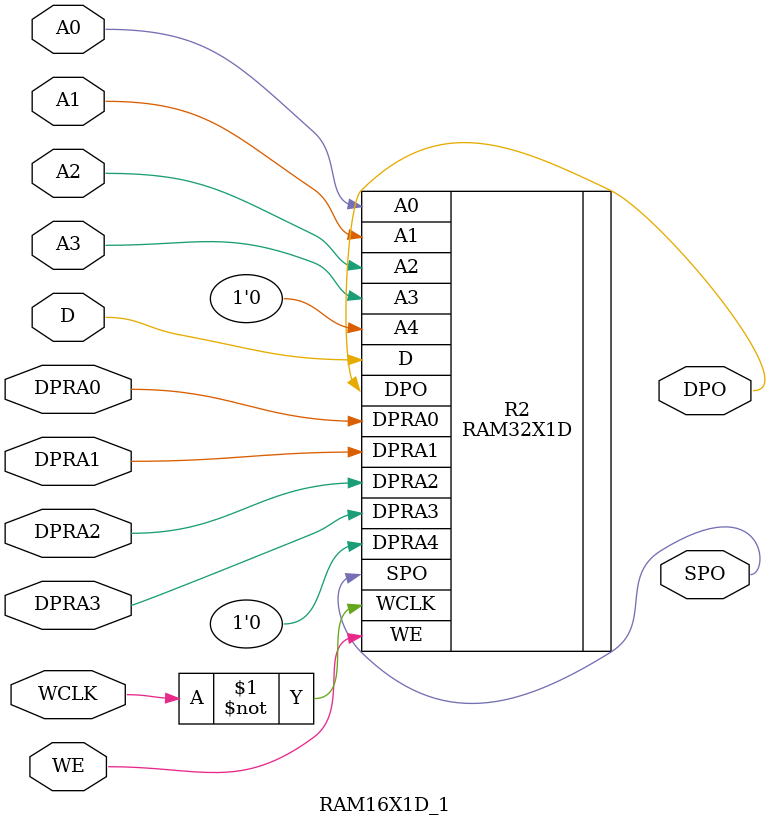
<source format=v>

`timescale  1 ps / 1 ps

module RAM16X1D_1 (DPO, SPO, A0, A1, A2, A3, D, DPRA0, DPRA1, DPRA2, DPRA3, WCLK, WE);

    parameter [15:0] INIT = 16'h0000;
    parameter [0:0] IS_WCLK_INVERTED = 1'b0;

    output DPO, SPO;

    input  A0, A1, A2, A3, D, DPRA0, DPRA1, DPRA2, DPRA3, WCLK, WE;

    RAM32X1D #(.INIT(INIT), .IS_WCLK_INVERTED(IS_WCLK_INVERTED)) R2 (
	       .DPO (DPO),
	       .SPO (SPO),
	       .A0 (A0),
	       .A1 (A1),
      	       .A2 (A2),
	       .A3 (A3),
	       .A4 (1'b0),
	       .D (D),
	       .DPRA0 (DPRA0),
	       .DPRA1 (DPRA1),
	       .DPRA2 (DPRA2),
	       .DPRA3 (DPRA3),
	       .DPRA4 (1'b0),
	       .WCLK (~WCLK),
	       .WE (WE));

endmodule

</source>
